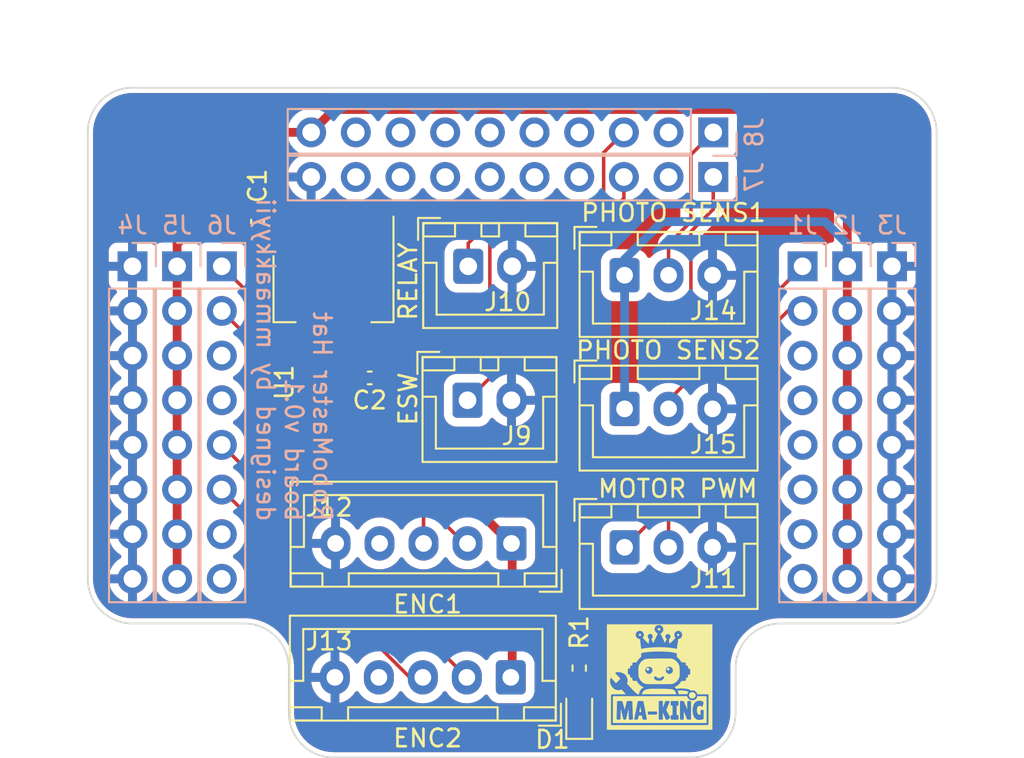
<source format=kicad_pcb>
(kicad_pcb (version 20221018) (generator pcbnew)
  (layers (0 "F.Cu" signal) (31 "B.Cu" signal) (34 "B.Paste" user) (35 "F.Paste" user) (36 "B.SilkS" user "B.Silkscreen") (37 "F.SilkS" user "F.Silkscreen") (38 "B.Mask" user) (39 "F.Mask" user) (44 "Edge.Cuts" user))
  (net 0 "")
  (net 1 "/PWM1_TIM4_CH1")
  (net 2 "/PWM1_TIM4_CH2")
  (net 9 "+5V")
  (net 10 "GND")
  (net 11 "/ENC1_IN_TIM2_CH1")
  (net 12 "/ENC1_IN_TIM2_CH2")
  (net 15 "/ENC2_IN_TIM8_CH1")
  (net 16 "/ENC2_IN_TIM8_CH2")
  (net 33 "/RELAY_OUTPUT")
  (net 34 "/ESW_INPUT")
  (net 35 "+3.3V")
  (net 38 "Net-(D1-A)")
  (net 39 "/PHOTO_SENS2")
  (net 40 "/PHOTO_SENS1")
  (footprint "Connector_JST:JST_XH_B3B-XH-A_1x03_P2.50mm_Vertical" (layer "F.Cu") (at 119.42 74.168)
    (fp_text reference "J14" (at 5.04 2.032) (layer "F.SilkS"))
    (fp_text value "Conn_01x03_Pin")
    (pad "1" thru_hole roundrect (at 0 0) (size 1.7 1.95) (drill 0.95) (layers "*.Cu" "*.Mask") (roundrect_rratio 0.147059) (net 9 "+5V"))
    (pad "2" thru_hole oval (at 2.5 0) (size 1.7 1.95) (drill 0.95) (layers "*.Cu" "*.Mask") (net 40 "/PHOTO_SENS1"))
    (pad "3" thru_hole oval (at 5 0) (size 1.7 1.95) (drill 0.95) (layers "*.Cu" "*.Mask") (net 10 "GND"))
  )
  (footprint "Connector_JST:JST_XH_B2B-XH-A_1x02_P2.50mm_Vertical" (layer "F.Cu") (at 110.49 81.28)
    (fp_text reference "J9" (at 2.794 2.032) (layer "F.SilkS"))
    (fp_text value "Conn_01x02_Pin")
    (pad "1" thru_hole roundrect (at 0 0) (size 1.7 2) (drill 1) (layers "*.Cu" "*.Mask") (roundrect_rratio 0.147059) (net 33 "/RELAY_OUTPUT"))
    (pad "2" thru_hole oval (at 2.5 0) (size 1.7 2) (drill 1) (layers "*.Cu" "*.Mask") (net 10 "GND"))
  )
  (footprint "Connector_JST:JST_XH_B2B-XH-A_1x02_P2.50mm_Vertical" (layer "F.Cu") (at 110.53 73.66)
    (fp_text reference "J10" (at 2.246 2.032) (layer "F.SilkS"))
    (fp_text value "Conn_01x02_Pin")
    (pad "1" thru_hole roundrect (at 0 0) (size 1.7 2) (drill 1) (layers "*.Cu" "*.Mask") (roundrect_rratio 0.147059) (net 34 "/ESW_INPUT"))
    (pad "2" thru_hole oval (at 2.5 0) (size 1.7 2) (drill 1) (layers "*.Cu" "*.Mask") (net 10 "GND"))
  )
  (footprint "Capacitor_SMD:C_0402_1005Metric" (layer "F.Cu") (at 98.552 71.12 90)
    (fp_text reference "C1" (at 2.032 0 90) (layer "F.SilkS"))
    (fp_text value "C")
    (pad "1" smd roundrect (at -0.48 0 90) (size 0.56 0.62) (layers "F.Cu" "F.Paste" "F.Mask") (net 9 "+5V"))
    (pad "2" smd roundrect (at 0.48 0 90) (size 0.56 0.62) (layers "F.Cu" "F.Paste" "F.Mask") (net 10 "GND"))
  )
  (footprint "LOGO" (layer "F.Cu") (at 121.412 97.028)
    (fp_text reference " " (at 0 0) (layer "F.SilkS") (effects (font (size 1.5 1.5) (thickness 0.3))))
    (fp_text value "LOGO" hide)
  )
  (footprint "Connector_JST:JST_XH_B5B-XH-A_1x05_P2.50mm_Vertical" (layer "F.Cu") (at 112.95 97.045 180)
    (fp_text reference "J13" (at 10.334 2.049) (layer "F.SilkS"))
    (fp_text value "Conn_01x05_Pin")
    (pad "1" thru_hole roundrect (at 0 0 180) (size 1.7 1.95) (drill 0.95) (layers "*.Cu" "*.Mask") (roundrect_rratio 0.147059) (net 35 "+3.3V"))
    (pad "2" thru_hole oval (at 2.5 0 180) (size 1.7 1.95) (drill 0.95) (layers "*.Cu" "*.Mask") (net 15 "/ENC2_IN_TIM8_CH1"))
    (pad "3" thru_hole oval (at 5 0 180) (size 1.7 1.95) (drill 0.95) (layers "*.Cu" "*.Mask") (net 16 "/ENC2_IN_TIM8_CH2"))
    (pad "4" thru_hole oval (at 7.5 0 180) (size 1.7 1.95) (drill 0.95) (layers "*.Cu" "*.Mask"))
    (pad "5" thru_hole oval (at 10 0 180) (size 1.7 1.95) (drill 0.95) (layers "*.Cu" "*.Mask") (net 10 "GND"))
  )
  (footprint "Connector_JST:JST_XH_B3B-XH-A_1x03_P2.50mm_Vertical" (layer "F.Cu") (at 119.42 89.645)
    (fp_text reference "J11" (at 5.04 1.795) (layer "F.SilkS"))
    (fp_text value "Conn_01x03_Pin")
    (pad "1" thru_hole roundrect (at 0 0) (size 1.7 1.95) (drill 0.95) (layers "*.Cu" "*.Mask") (roundrect_rratio 0.147059) (net 1 "/PWM1_TIM4_CH1"))
    (pad "2" thru_hole oval (at 2.5 0) (size 1.7 1.95) (drill 0.95) (layers "*.Cu" "*.Mask") (net 2 "/PWM1_TIM4_CH2"))
    (pad "3" thru_hole oval (at 5 0) (size 1.7 1.95) (drill 0.95) (layers "*.Cu" "*.Mask") (net 10 "GND"))
  )
  (footprint "Resistor_SMD:R_0402_1005Metric" (layer "F.Cu") (at 116.84 96.52 -90)
    (fp_text reference "R1" (at -2.03 0 90) (layer "F.SilkS"))
    (fp_text value "R")
    (pad "1" smd roundrect (at -0.51 0 270) (size 0.54 0.64) (layers "F.Cu" "F.Paste" "F.Mask") (net 35 "+3.3V"))
    (pad "2" smd roundrect (at 0.51 0 270) (size 0.54 0.64) (layers "F.Cu" "F.Paste" "F.Mask") (net 38 "Net-(D1-A)"))
  )
  (footprint "Diode_SMD:D_0603_1608Metric" (layer "F.Cu") (at 116.84 99.06 90)
    (fp_text reference "D1" (at -1.524 -1.524 180) (layer "F.SilkS"))
    (fp_text value "LED")
    (pad "1" smd roundrect (at -0.7875 0 90) (size 0.875 0.95) (layers "F.Cu" "F.Paste" "F.Mask") (net 10 "GND"))
    (pad "2" smd roundrect (at 0.7875 0 90) (size 0.875 0.95) (layers "F.Cu" "F.Paste" "F.Mask") (net 38 "Net-(D1-A)"))
  )
  (footprint "Capacitor_SMD:C_0402_1005Metric" (layer "F.Cu") (at 104.93 80.01)
    (fp_text reference "C2" (at 0 1.27) (layer "F.SilkS"))
    (fp_text value "C")
    (pad "1" smd roundrect (at -0.48 0) (size 0.56 0.62) (layers "F.Cu" "F.Paste" "F.Mask") (net 35 "+3.3V"))
    (pad "2" smd roundrect (at 0.48 0) (size 0.56 0.62) (layers "F.Cu" "F.Paste" "F.Mask") (net 10 "GND"))
  )
  (footprint "Package_TO_SOT_SMD:SOT-223-3_TabPin2" (layer "F.Cu") (at 102.87 74.93 -90)
    (fp_text reference "U1" (at 5.334 2.794 -270) (layer "F.SilkS"))
    (fp_text value "AMS1117-3.3")
    (pad "1" smd rect (at -3.15 -2.3 270) (size 2 1.5) (layers "F.Cu" "F.Paste" "F.Mask") (net 10 "GND"))
    (pad "2" smd rect (at -3.15 0 270) (size 2 1.5) (layers "F.Cu" "F.Paste" "F.Mask") (net 35 "+3.3V"))
    (pad "2" smd rect (at 3.15 0 270) (size 2 3.8) (layers "F.Cu" "F.Paste" "F.Mask") (net 35 "+3.3V"))
    (pad "3" smd rect (at -3.15 2.3 270) (size 2 1.5) (layers "F.Cu" "F.Paste" "F.Mask") (net 9 "+5V"))
  )
  (footprint "Connector_JST:JST_XH_B5B-XH-A_1x05_P2.50mm_Vertical" (layer "F.Cu") (at 112.99 89.425 180)
    (fp_text reference "J12" (at 10.374 2.049) (layer "F.SilkS"))
    (fp_text value "Conn_01x05_Pin")
    (pad "1" thru_hole roundrect (at 0 0 180) (size 1.7 1.95) (drill 0.95) (layers "*.Cu" "*.Mask") (roundrect_rratio 0.147059) (net 35 "+3.3V"))
    (pad "2" thru_hole oval (at 2.5 0 180) (size 1.7 1.95) (drill 0.95) (layers "*.Cu" "*.Mask") (net 11 "/ENC1_IN_TIM2_CH1"))
    (pad "3" thru_hole oval (at 5 0 180) (size 1.7 1.95) (drill 0.95) (layers "*.Cu" "*.Mask") (net 12 "/ENC1_IN_TIM2_CH2"))
    (pad "4" thru_hole oval (at 7.5 0 180) (size 1.7 1.95) (drill 0.95) (layers "*.Cu" "*.Mask"))
    (pad "5" thru_hole oval (at 10 0 180) (size 1.7 1.95) (drill 0.95) (layers "*.Cu" "*.Mask") (net 10 "GND"))
  )
  (footprint "Connector_JST:JST_XH_B3B-XH-A_1x03_P2.50mm_Vertical" (layer "F.Cu") (at 119.42 81.771)
    (fp_text reference "J15" (at 5.04 2.032) (layer "F.SilkS"))
    (fp_text value "Conn_01x03_Pin")
    (pad "1" thru_hole roundrect (at 0 0) (size 1.7 1.95) (drill 0.95) (layers "*.Cu" "*.Mask") (roundrect_rratio 0.147059) (net 9 "+5V"))
    (pad "2" thru_hole oval (at 2.5 0) (size 1.7 1.95) (drill 0.95) (layers "*.Cu" "*.Mask") (net 39 "/PHOTO_SENS2"))
    (pad "3" thru_hole oval (at 5 0) (size 1.7 1.95) (drill 0.95) (layers "*.Cu" "*.Mask") (net 10 "GND"))
  )
  (footprint "Connector_PinHeader_2.54mm:PinHeader_1x08_P2.54mm_Vertical" (layer "B.Cu") (at 91.44 73.66 180)
    (fp_text reference "J4" (at 0 2.33) (layer "B.SilkS") (effects (justify mirror)))
    (fp_text value "Conn_01x08_Socket")
    (pad "1" thru_hole rect (at 0 0 180) (size 1.7 1.7) (drill 1) (layers "*.Cu" "*.Mask") (net 10 "GND"))
    (pad "2" thru_hole oval (at 0 -2.54 180) (size 1.7 1.7) (drill 1) (layers "*.Cu" "*.Mask") (net 10 "GND"))
    (pad "3" thru_hole oval (at 0 -5.08 180) (size 1.7 1.7) (drill 1) (layers "*.Cu" "*.Mask") (net 10 "GND"))
    (pad "4" thru_hole oval (at 0 -7.62 180) (size 1.7 1.7) (drill 1) (layers "*.Cu" "*.Mask") (net 10 "GND"))
    (pad "5" thru_hole oval (at 0 -10.16 180) (size 1.7 1.7) (drill 1) (layers "*.Cu" "*.Mask") (net 10 "GND"))
    (pad "6" thru_hole oval (at 0 -12.7 180) (size 1.7 1.7) (drill 1) (layers "*.Cu" "*.Mask") (net 10 "GND"))
    (pad "7" thru_hole oval (at 0 -15.24 180) (size 1.7 1.7) (drill 1) (layers "*.Cu" "*.Mask") (net 10 "GND"))
    (pad "8" thru_hole oval (at 0 -17.78 180) (size 1.7 1.7) (drill 1) (layers "*.Cu" "*.Mask") (net 10 "GND"))
  )
  (footprint "Connector_PinHeader_2.54mm:PinHeader_1x08_P2.54mm_Vertical" (layer "B.Cu") (at 96.52 73.66 180)
    (fp_text reference "J6" (at 0 2.33) (layer "B.SilkS") (effects (justify mirror)))
    (fp_text value "Conn_01x08_Socket")
    (pad "1" thru_hole rect (at 0 0 180) (size 1.7 1.7) (drill 1) (layers "*.Cu" "*.Mask") (net 11 "/ENC1_IN_TIM2_CH1"))
    (pad "2" thru_hole oval (at 0 -2.54 180) (size 1.7 1.7) (drill 1) (layers "*.Cu" "*.Mask") (net 12 "/ENC1_IN_TIM2_CH2"))
    (pad "3" thru_hole oval (at 0 -5.08 180) (size 1.7 1.7) (drill 1) (layers "*.Cu" "*.Mask"))
    (pad "4" thru_hole oval (at 0 -7.62 180) (size 1.7 1.7) (drill 1) (layers "*.Cu" "*.Mask"))
    (pad "5" thru_hole oval (at 0 -10.16 180) (size 1.7 1.7) (drill 1) (layers "*.Cu" "*.Mask") (net 15 "/ENC2_IN_TIM8_CH1"))
    (pad "6" thru_hole oval (at 0 -12.7 180) (size 1.7 1.7) (drill 1) (layers "*.Cu" "*.Mask") (net 16 "/ENC2_IN_TIM8_CH2"))
    (pad "7" thru_hole oval (at 0 -15.24 180) (size 1.7 1.7) (drill 1) (layers "*.Cu" "*.Mask"))
    (pad "8" thru_hole oval (at 0 -17.78 180) (size 1.7 1.7) (drill 1) (layers "*.Cu" "*.Mask"))
  )
  (footprint "Connector_PinHeader_2.54mm:PinHeader_1x08_P2.54mm_Vertical" (layer "B.Cu") (at 129.54 73.66 180)
    (fp_text reference "J1" (at 0 2.33) (layer "B.SilkS") (effects (justify mirror)))
    (fp_text value "Conn_01x08_Socket")
    (pad "1" thru_hole rect (at 0 0 180) (size 1.7 1.7) (drill 1) (layers "*.Cu" "*.Mask") (net 1 "/PWM1_TIM4_CH1"))
    (pad "2" thru_hole oval (at 0 -2.54 180) (size 1.7 1.7) (drill 1) (layers "*.Cu" "*.Mask") (net 2 "/PWM1_TIM4_CH2"))
    (pad "3" thru_hole oval (at 0 -5.08 180) (size 1.7 1.7) (drill 1) (layers "*.Cu" "*.Mask"))
    (pad "4" thru_hole oval (at 0 -7.62 180) (size 1.7 1.7) (drill 1) (layers "*.Cu" "*.Mask"))
    (pad "5" thru_hole oval (at 0 -10.16 180) (size 1.7 1.7) (drill 1) (layers "*.Cu" "*.Mask"))
    (pad "6" thru_hole oval (at 0 -12.7 180) (size 1.7 1.7) (drill 1) (layers "*.Cu" "*.Mask"))
    (pad "7" thru_hole oval (at 0 -15.24 180) (size 1.7 1.7) (drill 1) (layers "*.Cu" "*.Mask"))
    (pad "8" thru_hole oval (at 0 -17.78 180) (size 1.7 1.7) (drill 1) (layers "*.Cu" "*.Mask"))
  )
  (footprint "Connector_PinHeader_2.54mm:PinHeader_1x08_P2.54mm_Vertical" (layer "B.Cu") (at 132.08 73.66 180)
    (fp_text reference "J2" (at 0 2.33) (layer "B.SilkS") (effects (justify mirror)))
    (fp_text value "Conn_01x08_Socket")
    (pad "1" thru_hole rect (at 0 0 180) (size 1.7 1.7) (drill 1) (layers "*.Cu" "*.Mask") (net 9 "+5V"))
    (pad "2" thru_hole oval (at 0 -2.54 180) (size 1.7 1.7) (drill 1) (layers "*.Cu" "*.Mask") (net 9 "+5V"))
    (pad "3" thru_hole oval (at 0 -5.08 180) (size 1.7 1.7) (drill 1) (layers "*.Cu" "*.Mask") (net 9 "+5V"))
    (pad "4" thru_hole oval (at 0 -7.62 180) (size 1.7 1.7) (drill 1) (layers "*.Cu" "*.Mask") (net 9 "+5V"))
    (pad "5" thru_hole oval (at 0 -10.16 180) (size 1.7 1.7) (drill 1) (layers "*.Cu" "*.Mask") (net 9 "+5V"))
    (pad "6" thru_hole oval (at 0 -12.7 180) (size 1.7 1.7) (drill 1) (layers "*.Cu" "*.Mask") (net 9 "+5V"))
    (pad "7" thru_hole oval (at 0 -15.24 180) (size 1.7 1.7) (drill 1) (layers "*.Cu" "*.Mask") (net 9 "+5V"))
    (pad "8" thru_hole oval (at 0 -17.78 180) (size 1.7 1.7) (drill 1) (layers "*.Cu" "*.Mask") (net 9 "+5V"))
  )
  (footprint "Connector_PinHeader_2.54mm:PinHeader_1x08_P2.54mm_Vertical" (layer "B.Cu") (at 134.62 73.66 180)
    (fp_text reference "J3" (at 0 2.33) (layer "B.SilkS") (effects (justify mirror)))
    (fp_text value "Conn_01x08_Socket")
    (pad "1" thru_hole rect (at 0 0 180) (size 1.7 1.7) (drill 1) (layers "*.Cu" "*.Mask") (net 10 "GND"))
    (pad "2" thru_hole oval (at 0 -2.54 180) (size 1.7 1.7) (drill 1) (layers "*.Cu" "*.Mask") (net 10 "GND"))
    (pad "3" thru_hole oval (at 0 -5.08 180) (size 1.7 1.7) (drill 1) (layers "*.Cu" "*.Mask") (net 10 "GND"))
    (pad "4" thru_hole oval (at 0 -7.62 180) (size 1.7 1.7) (drill 1) (layers "*.Cu" "*.Mask") (net 10 "GND"))
    (pad "5" thru_hole oval (at 0 -10.16 180) (size 1.7 1.7) (drill 1) (layers "*.Cu" "*.Mask") (net 10 "GND"))
    (pad "6" thru_hole oval (at 0 -12.7 180) (size 1.7 1.7) (drill 1) (layers "*.Cu" "*.Mask") (net 10 "GND"))
    (pad "7" thru_hole oval (at 0 -15.24 180) (size 1.7 1.7) (drill 1) (layers "*.Cu" "*.Mask") (net 10 "GND"))
    (pad "8" thru_hole oval (at 0 -17.78 180) (size 1.7 1.7) (drill 1) (layers "*.Cu" "*.Mask") (net 10 "GND"))
  )
  (footprint "Connector_PinHeader_2.54mm:PinHeader_1x10_P2.54mm_Vertical" (layer "B.Cu") (at 124.46 66.04 90)
    (fp_text reference "J8" (at 0 2.33 90) (layer "B.SilkS") (effects (justify mirror)))
    (fp_text value "Conn_01x10_Socket")
    (pad "1" thru_hole rect (at 0 0 90) (size 1.7 1.7) (drill 1) (layers "*.Cu" "*.Mask") (net 40 "/PHOTO_SENS1"))
    (pad "2" thru_hole oval (at 0 -2.54 90) (size 1.7 1.7) (drill 1) (layers "*.Cu" "*.Mask"))
    (pad "3" thru_hole oval (at 0 -5.08 90) (size 1.7 1.7) (drill 1) (layers "*.Cu" "*.Mask") (net 34 "/ESW_INPUT"))
    (pad "4" thru_hole oval (at 0 -7.62 90) (size 1.7 1.7) (drill 1) (layers "*.Cu" "*.Mask"))
    (pad "5" thru_hole oval (at 0 -10.16 90) (size 1.7 1.7) (drill 1) (layers "*.Cu" "*.Mask"))
    (pad "6" thru_hole oval (at 0 -12.7 90) (size 1.7 1.7) (drill 1) (layers "*.Cu" "*.Mask"))
    (pad "7" thru_hole oval (at 0 -15.24 90) (size 1.7 1.7) (drill 1) (layers "*.Cu" "*.Mask"))
    (pad "8" thru_hole oval (at 0 -17.78 90) (size 1.7 1.7) (drill 1) (layers "*.Cu" "*.Mask"))
    (pad "9" thru_hole oval (at 0 -20.32 90) (size 1.7 1.7) (drill 1) (layers "*.Cu" "*.Mask"))
    (pad "10" thru_hole oval (at 0 -22.86 90) (size 1.7 1.7) (drill 1) (layers "*.Cu" "*.Mask") (net 9 "+5V"))
  )
  (footprint "Connector_PinHeader_2.54mm:PinHeader_1x08_P2.54mm_Vertical" (layer "B.Cu") (at 93.98 73.66 180)
    (fp_text reference "J5" (at 0 2.33) (layer "B.SilkS") (effects (justify mirror)))
    (fp_text value "Conn_01x08_Socket")
    (pad "1" thru_hole rect (at 0 0 180) (size 1.7 1.7) (drill 1) (layers "*.Cu" "*.Mask") (net 9 "+5V"))
    (pad "2" thru_hole oval (at 0 -2.54 180) (size 1.7 1.7) (drill 1) (layers "*.Cu" "*.Mask") (net 9 "+5V"))
    (pad "3" thru_hole oval (at 0 -5.08 180) (size 1.7 1.7) (drill 1) (layers "*.Cu" "*.Mask") (net 9 "+5V"))
    (pad "4" thru_hole oval (at 0 -7.62 180) (size 1.7 1.7) (drill 1) (layers "*.Cu" "*.Mask") (net 9 "+5V"))
    (pad "5" thru_hole oval (at 0 -10.16 180) (size 1.7 1.7) (drill 1) (layers "*.Cu" "*.Mask") (net 9 "+5V"))
    (pad "6" thru_hole oval (at 0 -12.7 180) (size 1.7 1.7) (drill 1) (layers "*.Cu" "*.Mask") (net 9 "+5V"))
    (pad "7" thru_hole oval (at 0 -15.24 180) (size 1.7 1.7) (drill 1) (layers "*.Cu" "*.Mask") (net 9 "+5V"))
    (pad "8" thru_hole oval (at 0 -17.78 180) (size 1.7 1.7) (drill 1) (layers "*.Cu" "*.Mask") (net 9 "+5V"))
  )
  (footprint "Connector_PinHeader_2.54mm:PinHeader_1x10_P2.54mm_Vertical" (layer "B.Cu") (at 124.46 68.58 90)
    (fp_text reference "J7" (at 0 2.33 90) (layer "B.SilkS") (effects (justify mirror)))
    (fp_text value "Conn_01x10_Socket")
    (pad "1" thru_hole rect (at 0 0 90) (size 1.7 1.7) (drill 1) (layers "*.Cu" "*.Mask") (net 39 "/PHOTO_SENS2"))
    (pad "2" thru_hole oval (at 0 -2.54 90) (size 1.7 1.7) (drill 1) (layers "*.Cu" "*.Mask"))
    (pad "3" thru_hole oval (at 0 -5.08 90) (size 1.7 1.7) (drill 1) (layers "*.Cu" "*.Mask") (net 33 "/RELAY_OUTPUT"))
    (pad "4" thru_hole oval (at 0 -7.62 90) (size 1.7 1.7) (drill 1) (layers "*.Cu" "*.Mask"))
    (pad "5" thru_hole oval (at 0 -10.16 90) (size 1.7 1.7) (drill 1) (layers "*.Cu" "*.Mask"))
    (pad "6" thru_hole oval (at 0 -12.7 90) (size 1.7 1.7) (drill 1) (layers "*.Cu" "*.Mask"))
    (pad "7" thru_hole oval (at 0 -15.24 90) (size 1.7 1.7) (drill 1) (layers "*.Cu" "*.Mask"))
    (pad "8" thru_hole oval (at 0 -17.78 90) (size 1.7 1.7) (drill 1) (layers "*.Cu" "*.Mask"))
    (pad "9" thru_hole oval (at 0 -20.32 90) (size 1.7 1.7) (drill 1) (layers "*.Cu" "*.Mask"))
    (pad "10" thru_hole oval (at 0 -22.86 90) (size 1.7 1.7) (drill 1) (layers "*.Cu" "*.Mask") (net 10 "GND"))
  )
  (gr_line (start 88.9 91.44) (end 88.9 66.04) (stroke (width 0.1)) (layer "Edge.Cuts"))
  (gr_arc (start 125.73 96.52) (mid 126.473949 94.723949) (end 128.27 93.98) (stroke (width 0.1)) (layer "Edge.Cuts"))
  (gr_line (start 91.44 63.5) (end 134.62 63.5) (stroke (width 0.1)) (layer "Edge.Cuts"))
  (gr_line (start 137.16 66.04) (end 137.16 91.44) (stroke (width 0.1)) (layer "Edge.Cuts"))
  (gr_line (start 91.44 93.98) (end 97.79 93.98) (stroke (width 0.1)) (layer "Edge.Cuts"))
  (gr_arc (start 137.16 91.44) (mid 136.416051 93.236051) (end 134.62 93.98) (stroke (width 0.1)) (layer "Edge.Cuts"))
  (gr_arc (start 91.44 93.98) (mid 89.643949 93.236051) (end 88.9 91.44) (stroke (width 0.1)) (layer "Edge.Cuts"))
  (gr_arc (start 88.9 66.04) (mid 89.643949 64.243949) (end 91.44 63.5) (stroke (width 0.1)) (layer "Edge.Cuts"))
  (gr_arc (start 134.62 63.5) (mid 136.416051 64.243949) (end 137.16 66.04) (stroke (width 0.1)) (layer "Edge.Cuts"))
  (gr_arc (start 97.79 93.98) (mid 99.586051 94.723949) (end 100.33 96.52) (stroke (width 0.1)) (layer "Edge.Cuts"))
  (gr_line (start 134.62 93.98) (end 128.27 93.98) (stroke (width 0.1)) (layer "Edge.Cuts"))
  (gr_line (start 125.73 96.52) (end 125.73 99.06) (stroke (width 0.1)) (layer "Edge.Cuts"))
  (gr_line (start 100.33 96.52) (end 100.33 99.06) (stroke (width 0.1)) (layer "Edge.Cuts"))
  (gr_line (start 123.19 101.6) (end 102.87 101.6) (stroke (width 0.1)) (layer "Edge.Cuts"))
  (gr_arc (start 102.87 101.6) (mid 101.073949 100.856051) (end 100.33 99.06) (stroke (width 0.1)) (layer "Edge.Cuts"))
  (gr_arc (start 125.73 99.06) (mid 124.986051 100.856051) (end 123.19 101.6) (stroke (width 0.1)) (layer "Edge.Cuts"))
  (gr_text "RoboMaster Hat\nboard v0.1\ndesigned by mmaakkyyii" (at 98.425 88.265 -90) (layer "B.SilkS") (effects (font (size 1 1)) (justify left bottom mirror)))
  (gr_text "MOTOR PWM\n" (at 117.82 86.895) (layer "F.SilkS") (effects (font (size 1 1)) (justify left bottom)))
  (gr_text "ESW" (at 107.696 82.804 90) (layer "F.SilkS") (effects (font (size 1 1)) (justify left bottom)))
  (gr_text "ENC1" (at 106.172 93.472) (layer "F.SilkS") (effects (font (size 1 1)) (justify left bottom)))
  (gr_text "ENC2\n" (at 106.172 101.092) (layer "F.SilkS") (effects (font (size 1 1)) (justify left bottom)))
  (gr_text "PHOTO SENS1" (at 116.86 71.2) (layer "F.SilkS") (effects (font (size 1 1)) (justify left bottom)))
  (gr_text "PHOTO SENS2\n" (at 116.57 79.021) (layer "F.SilkS") (effects (font (size 1 1)) (justify left bottom)))
  (gr_text "RELAY" (at 107.696 76.835 90) (layer "F.SilkS") (effects (font (size 1 1)) (justify left bottom)))
  (segment (start 126.6 82.465) (end 126.6 76.6) (width 0.2) (layer "F.Cu") (net 1))
  (segment (start 126.6 76.6) (end 129.54 73.66) (width 0.2) (layer "F.Cu") (net 1))
  (segment (start 119.42 89.645) (end 126.6 82.465) (width 0.2) (layer "F.Cu") (net 1))
  (segment (start 127 77.901346) (end 128.701346 76.2) (width 0.2) (layer "F.Cu") (net 2))
  (segment (start 127 82.630685) (end 127 77.901346) (width 0.2) (layer "F.Cu") (net 2))
  (segment (start 128.701346 76.2) (end 129.54 76.2) (width 0.2) (layer "F.Cu") (net 2))
  (segment (start 121.92 89.645) (end 121.92 87.710686) (width 0.2) (layer "F.Cu") (net 2))
  (segment (start 121.92 87.710686) (end 127 82.630685) (width 0.2) (layer "F.Cu") (net 2))
  (segment (start 100.57 71.78) (end 97.79 71.78) (width 0.5) (layer "F.Cu") (net 9))
  (segment (start 102.9 64.74) (end 101.6 66.04) (width 0.5) (layer "F.Cu") (net 9))
  (segment (start 132.08 73.66) (end 132.08 91.44) (width 0.5) (layer "F.Cu") (net 9))
  (segment (start 93.98 69.85) (end 97.79 66.04) (width 0.5) (layer "F.Cu") (net 9))
  (segment (start 93.98 91.44) (end 93.98 73.66) (width 0.5) (layer "F.Cu") (net 9))
  (segment (start 97.79 71.78) (end 94.59 71.78) (width 0.5) (layer "F.Cu") (net 9))
  (segment (start 98.372 71.78) (end 97.79 71.78) (width 0.5) (layer "F.Cu") (net 9))
  (segment (start 94.59 71.78) (end 93.98 72.39) (width 0.5) (layer "F.Cu") (net 9))
  (segment (start 93.98 72.39) (end 93.98 69.85) (width 0.5) (layer "F.Cu") (net 9))
  (segment (start 132.08 73.66) (end 132.08 69.85) (width 0.5) (layer "F.Cu") (net 9))
  (segment (start 126.97 64.74) (end 102.9 64.74) (width 0.5) (layer "F.Cu") (net 9))
  (segment (start 132.08 69.85) (end 126.97 64.74) (width 0.5) (layer "F.Cu") (net 9))
  (segment (start 93.98 73.66) (end 93.98 72.39) (width 0.5) (layer "F.Cu") (net 9))
  (segment (start 98.552 71.6) (end 98.372 71.78) (width 0.5) (layer "F.Cu") (net 9))
  (segment (start 97.79 66.04) (end 101.6 66.04) (width 0.5) (layer "F.Cu") (net 9))
  (segment (start 119.42 81.771) (end 119.42 74.168) (width 0.5) (layer "B.Cu") (net 9))
  (segment (start 119.42 73.259) (end 121.559 71.12) (width 0.5) (layer "B.Cu") (net 9))
  (segment (start 121.559 71.12) (end 130.81 71.12) (width 0.5) (layer "B.Cu") (net 9))
  (segment (start 132.08 72.39) (end 132.08 73.66) (width 0.5) (layer "B.Cu") (net 9))
  (segment (start 130.81 71.12) (end 132.08 72.39) (width 0.5) (layer "B.Cu") (net 9))
  (segment (start 119.42 74.168) (end 119.42 73.259) (width 0.5) (layer "B.Cu") (net 9))
  (segment (start 99.06 76.2) (end 96.52 73.66) (width 0.2) (layer "F.Cu") (net 11))
  (segment (start 110.49 89.425) (end 110.310686 89.425) (width 0.2) (layer "F.Cu") (net 11))
  (segment (start 99.06 78.174314) (end 99.06 76.2) (width 0.2) (layer "F.Cu") (net 11))
  (segment (start 110.310686 89.425) (end 99.06 78.174314) (width 0.2) (layer "F.Cu") (net 11))
  (segment (start 96.52 76.2) (end 107.99 87.67) (width 0.2) (layer "F.Cu") (net 12))
  (segment (start 107.99 87.67) (end 107.99 89.425) (width 0.2) (layer "F.Cu") (net 12))
  (segment (start 99.06 86.36) (end 96.52 83.82) (width 0.2) (layer "F.Cu") (net 15))
  (segment (start 108.655 95.25) (end 105.975686 95.25) (width 0.2) (layer "F.Cu") (net 15))
  (segment (start 99.06 88.334314) (end 99.06 86.36) (width 0.2) (layer "F.Cu") (net 15))
  (segment (start 105.975686 95.25) (end 99.06 88.334314) (width 0.2) (layer "F.Cu") (net 15))
  (segment (start 110.45 97.045) (end 108.655 95.25) (width 0.2) (layer "F.Cu") (net 15))
  (segment (start 107.205 97.045) (end 107.95 97.045) (width 0.2) (layer "F.Cu") (net 16))
  (segment (start 96.52 86.36) (end 107.205 97.045) (width 0.2) (layer "F.Cu") (net 16))
  (segment (start 110.49 81.28) (end 111.76 80.01) (width 0.2) (layer "F.Cu") (net 33))
  (segment (start 112.63 71.52) (end 117.642081 71.52) (width 0.2) (layer "F.Cu") (net 33))
  (segment (start 111.76 72.39) (end 112.63 71.52) (width 0.2) (layer "F.Cu") (net 33))
  (segment (start 117.642081 71.52) (end 119.38 69.782081) (width 0.2) (layer "F.Cu") (net 33))
  (segment (start 119.38 69.782081) (end 119.38 68.58) (width 0.2) (layer "F.Cu") (net 33))
  (segment (start 111.76 80.01) (end 111.76 72.39) (width 0.2) (layer "F.Cu") (net 33))
  (segment (start 118.23 69.73) (end 118.23 67.19) (width 0.2) (layer "F.Cu") (net 34))
  (segment (start 116.84 71.12) (end 118.23 69.73) (width 0.2) (layer "F.Cu") (net 34))
  (segment (start 110.53 72.35) (end 111.76 71.12) (width 0.2) (layer "F.Cu") (net 34))
  (segment (start 111.76 71.12) (end 116.84 71.12) (width 0.2) (layer "F.Cu") (net 34))
  (segment (start 118.23 67.19) (end 119.38 66.04) (width 0.2) (layer "F.Cu") (net 34))
  (segment (start 110.53 73.66) (end 110.53 72.35) (width 0.2) (layer "F.Cu") (net 34))
  (segment (start 112.95 97.045) (end 113.03 96.965) (width 0.5) (layer "F.Cu") (net 35))
  (segment (start 102.87 78.43) (end 104.45 80.01) (width 0.5) (layer "F.Cu") (net 35))
  (segment (start 113.03 96.965) (end 113.03 95.25) (width 0.5) (layer "F.Cu") (net 35))
  (segment (start 113.03 95.25) (end 113.03 89.505) (width 0.5) (layer "F.Cu") (net 35))
  (segment (start 102.87 78.08) (end 102.87 78.43) (width 0.5) (layer "F.Cu") (net 35))
  (segment (start 116.84 96.01) (end 116.08 95.25) (width 0.2) (layer "F.Cu") (net 35))
  (segment (start 102.87 71.78) (end 102.87 78.08) (width 0.5) (layer "F.Cu") (net 35))
  (segment (start 116.08 95.25) (end 113.03 95.25) (width 0.2) (layer "F.Cu") (net 35))
  (segment (start 104.45 80.925) (end 104.45 80.01) (width 0.5) (layer "F.Cu") (net 35))
  (segment (start 113.03 89.505) (end 104.45 80.925) (width 0.5) (layer "F.Cu") (net 35))
  (segment (start 116.84 97.03) (end 116.84 98.2725) (width 0.2) (layer "F.Cu") (net 38))
  (segment (start 123.19 71.685686) (end 124.46 70.415686) (width 0.2) (layer "F.Cu") (net 39))
  (segment (start 123.19 80.01) (end 123.19 71.685686) (width 0.2) (layer "F.Cu") (net 39))
  (segment (start 121.92 81.28) (end 123.19 80.01) (width 0.2) (layer "F.Cu") (net 39))
  (segment (start 124.46 70.415686) (end 124.46 68.58) (width 0.2) (layer "F.Cu") (net 39))
  (segment (start 123.19 67.31) (end 124.46 66.04) (width 0.2) (layer "F.Cu") (net 40))
  (segment (start 121.92 72.39) (end 123.19 71.12) (width 0.2) (layer "F.Cu") (net 40))
  (segment (start 121.92 73.66) (end 121.92 72.39) (width 0.2) (layer "F.Cu") (net 40))
  (segment (start 123.19 71.12) (end 123.19 67.31) (width 0.2) (layer "F.Cu") (net 40))
  (zone (net 10) (net_name "GND") (layers "F&B.Cu") (connect_pads (clearance 0.5)) (min_thickness 0.25) (fill yes (thermal_gap 0.5) (thermal_bridge_width 0.5))
    (polygon (pts (xy 87.63 63.5) (xy 138.43 63.5) (xy 138.43 101.6) (xy 87.63 101.6)))
  )
)
</source>
